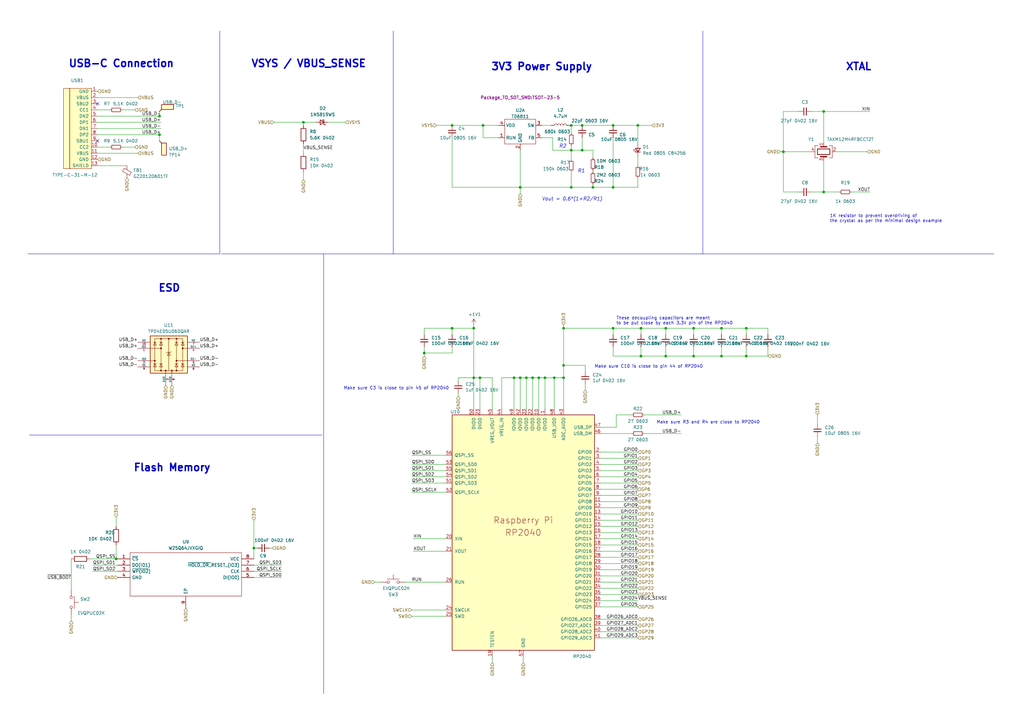
<source format=kicad_sch>
(kicad_sch (version 20230121) (generator eeschema)
  (paper "A3")
  (title_block (title "rp2040 base circuit") (date "2023-09-19") (rev "3"))
  (lib_symbols
    (symbol "Connector:TestPoint_Flag" (pin_numbers hide) (pin_names (offset 0.762) hide)
      (property "Reference" "TP" (at 3.429 1.778 0))
      (property "Value" "TestPoint_Flag" (at 3.302 4.191 0))
      (symbol "TestPoint_Flag_1_1"
        (pin passive line (at 0 0 90) (length 0) (name "1") (number "1"))
      )
    )
    (symbol "Device:C_Small" (pin_numbers hide) (pin_names (offset 0.254) hide)
      (property "Reference" "C" (at 0.254 1.778 0))
      (property "Value" "C_Small" (at 0.254 -2.032 0))
      (symbol "C_Small_1_1"
        (pin passive line (at 0 2.54 270) (length 2.032) (name "~") (number "1"))
        (pin passive line (at 0 -2.54 90) (length 2.032) (name "~") (number "2"))
      )
    )
    (symbol "Device:Crystal_GND24" (pin_names (offset 1.016) hide)
      (property "Reference" "Y" (at 3.175 5.08 0))
      (property "Value" "Crystal_GND24" (at 3.175 3.175 0))
      (symbol "Crystal_GND24_1_1"
        (pin passive line (at -3.81 0 0) (length 1.27) (name "1") (number "1"))
        (pin passive line (at 0 5.08 270) (length 1.27) (name "2") (number "2"))
        (pin passive line (at 3.81 0 180) (length 1.27) (name "3") (number "3"))
        (pin passive line (at 0 -5.08 90) (length 1.27) (name "4") (number "4"))
      )
    )
    (symbol "Device:D_Schottky_Small" (pin_numbers hide) (pin_names (offset 0.254) hide)
      (property "Reference" "D" (at -1.27 2.032 0))
      (property "Value" "D_Schottky_Small" (at -7.112 -2.032 0))
      (symbol "D_Schottky_Small_1_1"
        (pin passive line (at -2.54 0 0) (length 1.778) (name "K") (number "1"))
        (pin passive line (at 2.54 0 180) (length 1.778) (name "A") (number "2"))
      )
    )
    (symbol "Device:FerriteBead_Small" (pin_numbers hide) (pin_names (offset 0))
      (property "Reference" "FB" (at 1.905 1.27 0))
      (property "Value" "FerriteBead_Small" (at 1.905 -1.27 0))
      (symbol "FerriteBead_Small_1_1"
        (pin passive line (at 0 2.54 270) (length 1.27) (name "~") (number "1"))
        (pin passive line (at 0 -2.54 90) (length 1.27) (name "~") (number "2"))
      )
    )
    (symbol "Device:L" (pin_numbers hide) (pin_names (offset 1.016) hide)
      (property "Reference" "L" (at -1.27 0 90))
      (property "Value" "L" (at 1.905 0 90))
      (symbol "L_1_1"
        (pin passive line (at 0 3.81 270) (length 1.27) (name "1") (number "1"))
        (pin passive line (at 0 -3.81 90) (length 1.27) (name "2") (number "2"))
      )
    )
    (symbol "Device:LED_Small" (pin_numbers hide) (pin_names (offset 0.254) hide)
      (property "Reference" "D" (at -1.27 3.175 0))
      (property "Value" "LED_Small" (at -4.445 -2.54 0))
      (symbol "LED_Small_1_1"
        (pin passive line (at -2.54 0 0) (length 1.778) (name "K") (number "1"))
        (pin passive line (at 2.54 0 180) (length 1.778) (name "A") (number "2"))
      )
    )
    (symbol "Device:R" (pin_numbers hide) (pin_names (offset 0))
      (property "Reference" "R" (at 2.032 0 90))
      (property "Value" "R" (at 0 0 90))
      (symbol "R_1_1"
        (pin passive line (at 0 3.81 270) (length 1.27) (name "~") (number "1"))
        (pin passive line (at 0 -3.81 90) (length 1.27) (name "~") (number "2"))
      )
    )
    (symbol "Device:R_Small" (pin_numbers hide) (pin_names (offset 0.254) hide)
      (property "Reference" "R" (at 0.762 0.508 0))
      (property "Value" "R_Small" (at 0.762 -1.016 0))
      (symbol "R_Small_1_1"
        (pin passive line (at 0 2.54 270) (length 0.762) (name "~") (number "1"))
        (pin passive line (at 0 -2.54 90) (length 0.762) (name "~") (number "2"))
      )
    )
    (symbol "MCU_RaspberryPi_RP2040:RP2040" (pin_names (offset 1.016))
      (property "Reference" "U" (at -29.21 49.53 0))
      (property "Value" "RP2040" (at 24.13 -49.53 0))
      (symbol "RP2040_0_0"
        (text "Raspberry Pi" (at 0 5.08 0) (effects (font (size 2.54 2.54))))
        (text "RP2040" (at 0 0 0) (effects (font (size 2.54 2.54))))
      )
      (symbol "RP2040_1_1"
        (pin power_in line (at 8.89 50.8 270) (length 2.54) (name "IOVDD") (number "1"))
        (pin power_in line (at 6.35 50.8 270) (length 2.54) (name "IOVDD") (number "10"))
        (pin bidirectional line (at 31.75 12.7 180) (length 2.54) (name "GPIO8") (number "11"))
        (pin bidirectional line (at 31.75 10.16 180) (length 2.54) (name "GPIO9") (number "12"))
        (pin bidirectional line (at 31.75 7.62 180) (length 2.54) (name "GPIO10") (number "13"))
        (pin bidirectional line (at 31.75 5.08 180) (length 2.54) (name "GPIO11") (number "14"))
        (pin bidirectional line (at 31.75 2.54 180) (length 2.54) (name "GPIO12") (number "15"))
        (pin bidirectional line (at 31.75 0 180) (length 2.54) (name "GPIO13") (number "16"))
        (pin bidirectional line (at 31.75 -2.54 180) (length 2.54) (name "GPIO14") (number "17"))
        (pin bidirectional line (at 31.75 -5.08 180) (length 2.54) (name "GPIO15") (number "18"))
        (pin passive line (at -12.7 -50.8 90) (length 2.54) (name "TESTEN") (number "19"))
        (pin bidirectional line (at 31.75 33.02 180) (length 2.54) (name "GPIO0") (number "2"))
        (pin input line (at -31.75 -2.54 0) (length 2.54) (name "XIN") (number "20"))
        (pin passive line (at -31.75 -7.62 0) (length 2.54) (name "XOUT") (number "21"))
        (pin power_in line (at 3.81 50.8 270) (length 2.54) (name "IOVDD") (number "22"))
        (pin power_in line (at -17.78 50.8 270) (length 2.54) (name "DVDD") (number "23"))
        (pin output line (at -31.75 -31.75 0) (length 2.54) (name "SWCLK") (number "24"))
        (pin bidirectional line (at -31.75 -34.29 0) (length 2.54) (name "SWD") (number "25"))
        (pin input line (at -31.75 -20.32 0) (length 2.54) (name "RUN") (number "26"))
        (pin bidirectional line (at 31.75 -7.62 180) (length 2.54) (name "GPIO16") (number "27"))
        (pin bidirectional line (at 31.75 -10.16 180) (length 2.54) (name "GPIO17") (number "28"))
        (pin bidirectional line (at 31.75 -12.7 180) (length 2.54) (name "GPIO18") (number "29"))
        (pin bidirectional line (at 31.75 30.48 180) (length 2.54) (name "GPIO1") (number "3"))
        (pin bidirectional line (at 31.75 -15.24 180) (length 2.54) (name "GPIO19") (number "30"))
        (pin bidirectional line (at 31.75 -17.78 180) (length 2.54) (name "GPIO20") (number "31"))
        (pin bidirectional line (at 31.75 -20.32 180) (length 2.54) (name "GPIO21") (number "32"))
        (pin power_in line (at 1.27 50.8 270) (length 2.54) (name "IOVDD") (number "33"))
        (pin bidirectional line (at 31.75 -22.86 180) (length 2.54) (name "GPIO22") (number "34"))
        (pin bidirectional line (at 31.75 -25.4 180) (length 2.54) (name "GPIO23") (number "35"))
        (pin bidirectional line (at 31.75 -27.94 180) (length 2.54) (name "GPIO24") (number "36"))
        (pin bidirectional line (at 31.75 -30.48 180) (length 2.54) (name "GPIO25") (number "37"))
        (pin bidirectional line (at 31.75 -35.56 180) (length 2.54) (name "GPIO26_ADC0") (number "38"))
        (pin bidirectional line (at 31.75 -38.1 180) (length 2.54) (name "GPIO27_ADC1") (number "39"))
        (pin bidirectional line (at 31.75 27.94 180) (length 2.54) (name "GPIO2") (number "4"))
        (pin bidirectional line (at 31.75 -40.64 180) (length 2.54) (name "GPIO28_ADC2") (number "40"))
        (pin bidirectional line (at 31.75 -43.18 180) (length 2.54) (name "GPIO29_ADC3") (number "41"))
        (pin power_in line (at -1.27 50.8 270) (length 2.54) (name "IOVDD") (number "42"))
        (pin power_in line (at 16.51 50.8 270) (length 2.54) (name "ADC_AVDD") (number "43"))
        (pin power_in line (at -8.89 50.8 270) (length 2.54) (name "VREG_IN") (number "44"))
        (pin power_out line (at -12.7 50.8 270) (length 2.54) (name "VREG_VOUT") (number "45"))
        (pin bidirectional line (at 31.75 40.64 180) (length 2.54) (name "USB_DM") (number "46"))
        (pin bidirectional line (at 31.75 43.18 180) (length 2.54) (name "USB_DP") (number "47"))
        (pin power_in line (at 12.7 50.8 270) (length 2.54) (name "USB_VDD") (number "48"))
        (pin power_in line (at -3.81 50.8 270) (length 2.54) (name "IOVDD") (number "49"))
        (pin bidirectional line (at 31.75 25.4 180) (length 2.54) (name "GPIO3") (number "5"))
        (pin power_in line (at -20.32 50.8 270) (length 2.54) (name "DVDD") (number "50"))
        (pin bidirectional line (at -31.75 20.32 0) (length 2.54) (name "QSPI_SD3") (number "51"))
        (pin output line (at -31.75 16.51 0) (length 2.54) (name "QSPI_SCLK") (number "52"))
        (pin bidirectional line (at -31.75 27.94 0) (length 2.54) (name "QSPI_SD0") (number "53"))
        (pin bidirectional line (at -31.75 22.86 0) (length 2.54) (name "QSPI_SD2") (number "54"))
        (pin bidirectional line (at -31.75 25.4 0) (length 2.54) (name "QSPI_SD1") (number "55"))
        (pin bidirectional line (at -31.75 31.75 0) (length 2.54) (name "QSPI_SS") (number "56"))
        (pin power_in line (at 0 -50.8 90) (length 2.54) (name "GND") (number "57"))
        (pin bidirectional line (at 31.75 22.86 180) (length 2.54) (name "GPIO4") (number "6"))
        (pin bidirectional line (at 31.75 20.32 180) (length 2.54) (name "GPIO5") (number "7"))
        (pin bidirectional line (at 31.75 17.78 180) (length 2.54) (name "GPIO6") (number "8"))
        (pin bidirectional line (at 31.75 15.24 180) (length 2.54) (name "GPIO7") (number "9"))
      )
    )
    (symbol "Switch:SW_Push" (pin_numbers hide) (pin_names (offset 1.016) hide)
      (property "Reference" "SW" (at 1.27 2.54 0))
      (property "Value" "SW_Push" (at 0 -1.524 0))
      (symbol "SW_Push_0_1"
        (pin passive line (at -5.08 0 0) (length 2.54) (name "1") (number "1"))
        (pin passive line (at 5.08 0 180) (length 2.54) (name "2") (number "2"))
      )
    )
    (symbol "Type-C:HRO-TYPE-C-31-M-12" (pin_names (offset 1.016))
      (property "Reference" "USB" (at -5.08 16.51 0))
      (property "Value" "HRO-TYPE-C-31-M-12" (at -10.16 -1.27 90))
      (symbol "HRO-TYPE-C-31-M-12_1_1"
        (pin input line (at 2.54 13.97 180) (length 2.54) (name "GND") (number "1"))
        (pin input line (at 2.54 -8.89 180) (length 2.54) (name "CC2") (number "10"))
        (pin input line (at 2.54 -11.43 180) (length 2.54) (name "VBUS") (number "11"))
        (pin input line (at 2.54 -13.97 180) (length 2.54) (name "GND") (number "12"))
        (pin input line (at 2.54 -16.51 180) (length 2.54) (name "SHIELD") (number "13"))
        (pin input line (at 2.54 11.43 180) (length 2.54) (name "VBUS") (number "2"))
        (pin input line (at 2.54 8.89 180) (length 2.54) (name "SBU2") (number "3"))
        (pin input line (at 2.54 6.35 180) (length 2.54) (name "CC1") (number "4"))
        (pin input line (at 2.54 3.81 180) (length 2.54) (name "DN2") (number "5"))
        (pin input line (at 2.54 1.27 180) (length 2.54) (name "DP1") (number "6"))
        (pin input line (at 2.54 -1.27 180) (length 2.54) (name "DN1") (number "7"))
        (pin input line (at 2.54 -3.81 180) (length 2.54) (name "DP2") (number "8"))
        (pin input line (at 2.54 -6.35 180) (length 2.54) (name "SBU1") (number "9"))
      )
    )
    (symbol "Winbond Flash:W25Q64JVXGIQ" (pin_names (offset 0.762))
      (property "Reference" "IC" (at 52.07 7.62 0))
      (property "Value" "W25Q64JVXGIQ" (at 52.07 5.08 0))
      (symbol "W25Q64JVXGIQ_0_0"
        (pin passive line (at 0 0 0) (length 5.08) (name "~{CS}") (number "1"))
        (pin passive line (at 0 -2.54 0) (length 5.08) (name "DO(IO1)") (number "2"))
        (pin passive line (at 0 -5.08 0) (length 5.08) (name "~{WP(IO2})") (number "3"))
        (pin passive line (at 0 -7.62 0) (length 5.08) (name "GND") (number "4"))
        (pin passive line (at 55.88 -7.62 180) (length 5.08) (name "DI(IO0)") (number "5"))
        (pin passive line (at 55.88 -5.08 180) (length 5.08) (name "CLK") (number "6"))
        (pin passive line (at 55.88 -2.54 180) (length 5.08) (name "~{HOLD_OR_}RESET_(IO3)") (number "7"))
        (pin passive line (at 55.88 0 180) (length 5.08) (name "VCC") (number "8"))
        (pin passive line (at 27.94 -20.32 90) (length 5.08) (name "EP") (number "9"))
      )
    )
    (symbol "acheron_Symbols:TPD4E05U06DQAR" (pin_names (offset 0))
      (property "Reference" "U" (at 0 12.7 0))
      (property "Value" "TPD4E05U06DQAR" (at 0 10.16 0))
      (symbol "TPD4E05U06DQAR_1_1"
        (pin bidirectional line (at -12.7 2.54 0) (length 5.08) (name "IO1") (number "1"))
        (pin bidirectional line (at -12.7 5.08 0) (length 5.08) (name "NC") (number "10"))
        (pin bidirectional line (at -12.7 -2.54 0) (length 5.08) (name "IO2") (number "2"))
        (pin power_in line (at -1.27 -12.7 90) (length 5.08) (name "GND") (number "3"))
        (pin bidirectional line (at 12.7 2.54 180) (length 5.08) (name "D2+") (number "4"))
        (pin bidirectional line (at 12.7 -2.54 180) (length 5.08) (name "D2-") (number "5"))
        (pin bidirectional line (at 12.7 -5.08 180) (length 5.08) (name "NC") (number "6"))
        (pin bidirectional line (at 12.7 5.08 180) (length 5.08) (name "NC") (number "7"))
        (pin power_in line (at 1.27 -12.7 90) (length 5.08) (name "GND") (number "8"))
        (pin bidirectional line (at -12.7 -5.08 0) (length 5.08) (name "NC") (number "9"))
      )
    )
    (symbol "poly_kb:TD6811"
      (property "Reference" "U" (at 0 8.89 0))
      (property "Value" "TD6811" (at 0 6.35 0))
      (symbol "TD6811_1_1"
        (pin input line (at -8.89 -2.54 0) (length 2.54) (name "RUN") (number "1"))
        (pin input line (at 0 -7.62 90) (length 2.54) (name "GND") (number "2"))
        (pin output line (at 8.89 2.54 180) (length 2.54) (name "SW") (number "3"))
        (pin input line (at -8.89 2.54 0) (length 2.54) (name "VDD") (number "4"))
        (pin input line (at 8.89 -2.54 180) (length 2.54) (name "FB") (number "5"))
      )
      (symbol "TD6811_2_1"
        (pin input line (at -8.89 -2.54 0) (length 2.54) (name "RUN") (number "1-UB"))
        (pin input line (at 0 -3.81 270) (length 2.54) (name "GND") (number "2-UB"))
        (pin output line (at 8.89 2.54 180) (length 2.54) (name "SW") (number "3-UB"))
        (pin input line (at -8.89 2.54 0) (length 2.54) (name "VDD") (number "4-UB"))
        (pin input line (at 8.89 -2.54 180) (length 2.54) (name "FB") (number "FB-UB"))
      )
      (symbol "TD6811_3_1"
        (pin input line (at -8.89 -2.54 0) (length 2.54) (name "RUN") (number "1-UC"))
        (pin input line (at 0 -3.81 270) (length 2.54) (name "GND") (number "2-UC"))
        (pin output line (at 8.89 2.54 180) (length 2.54) (name "SW") (number "3-UC"))
        (pin input line (at -8.89 2.54 0) (length 2.54) (name "VDD") (number "4-UC"))
        (pin input line (at 8.89 -2.54 180) (length 2.54) (name "FB") (number "FB-UC"))
      )
      (symbol "TD6811_4_1"
        (pin input line (at -8.89 -2.54 0) (length 2.54) (name "RUN") (number "1-UD"))
        (pin input line (at 0 -3.81 270) (length 2.54) (name "GND") (number "2-UD"))
        (pin output line (at 8.89 2.54 180) (length 2.54) (name "SW") (number "3-UD"))
        (pin input line (at -8.89 2.54 0) (length 2.54) (name "VDD") (number "4-UD"))
        (pin input line (at 8.89 -2.54 180) (length 2.54) (name "FB") (number "FB-UD"))
      )
      (symbol "TD6811_5_1"
        (pin input line (at -8.89 -2.54 0) (length 2.54) (name "RUN") (number "1-UE"))
        (pin input line (at 0 -3.81 270) (length 2.54) (name "GND") (number "2-UE"))
        (pin output line (at 8.89 2.54 180) (length 2.54) (name "SW") (number "3-UE"))
        (pin input line (at -8.89 2.54 0) (length 2.54) (name "VDD") (number "4-UE"))
        (pin input line (at 8.89 -2.54 180) (length 2.54) (name "FB") (number "FB-UE"))
      )
    )
    (symbol "power:+1V1" (power) (pin_names (offset 0))
      (property "Value" "+1V1" (at 0 3.556 0))
      (symbol "+1V1_1_1"
        (pin power_in line (at 0 0 90) (length 0) hide (name "+1V1") (number "1"))
      )
    )
  )
  (junction (at 337.82 78.74))
  (junction (at 227.33 154.94))
  (junction (at 295.91 134.62))
  (junction (at 185.42 51.435))
  (junction (at 220.98 154.94))
  (junction (at 65.405 47.625))
  (junction (at 251.46 134.62))
  (junction (at 243.205 76.835))
  (junction (at 47.625 229.235))
  (junction (at 218.44 154.94))
  (junction (at 337.82 45.72))
  (junction (at 231.14 134.62))
  (junction (at 173.99 144.78))
  (junction (at 194.31 154.94))
  (junction (at 238.76 61.595))
  (junction (at 213.36 154.94))
  (junction (at 213.36 76.835))
  (junction (at 261.62 51.435))
  (junction (at 284.48 134.62))
  (junction (at 194.31 134.62))
  (junction (at 196.85 154.94))
  (junction (at 262.89 134.62))
  (junction (at 185.42 134.62))
  (junction (at 273.05 146.05))
  (junction (at 306.07 134.62))
  (junction (at 210.82 154.94))
  (junction (at 306.07 146.05))
  (junction (at 234.315 61.595))
  (junction (at 65.405 55.245))
  (junction (at 238.76 51.435))
  (junction (at 124.46 50.165))
  (junction (at 215.9 154.94))
  (junction (at 284.48 146.05))
  (junction (at 198.12 51.435))
  (junction (at 321.31 62.23))
  (junction (at 231.14 154.94))
  (junction (at 234.315 51.435))
  (junction (at 251.46 76.835))
  (junction (at 104.14 224.79))
  (junction (at 295.91 146.05))
  (junction (at 262.89 146.05))
  (junction (at 231.14 149.86))
  (junction (at 234.315 76.835))
  (junction (at 251.46 51.435))
  (junction (at 223.52 154.94))
  (junction (at 273.05 134.62))
  (no_connect (at 40.005 57.785))
  (no_connect (at 40.005 42.545))
  (wire (pts (xy 218.44 167.64) (xy 218.44 154.94)))
  (wire (pts (xy 273.05 134.62) (xy 273.05 137.16)))
  (wire (pts (xy 251.46 134.62) (xy 262.89 134.62)))
  (polyline (pts (xy 287.02 104.14) (xy 407.67 104.14)))
  (wire (pts (xy 332.74 78.74) (xy 337.82 78.74)))
  (polyline (pts (xy 90.805 104.14) (xy 161.29 104.14)))
  (wire (pts (xy 185.42 51.435) (xy 198.12 51.435)))
  (wire (pts (xy 252.73 170.18) (xy 252.73 175.26)))
  (wire (pts (xy 246.38 236.22) (xy 261.62 236.22)))
  (wire (pts (xy 314.96 142.24) (xy 314.96 146.05)))
  (wire (pts (xy 335.28 170.18) (xy 335.28 173.99)))
  (polyline (pts (xy 11.43 104.14) (xy 90.17 104.14)))
  (wire (pts (xy 262.89 134.62) (xy 262.89 137.16)))
  (wire (pts (xy 251.46 142.24) (xy 251.46 146.05)))
  (wire (pts (xy 179.07 51.435) (xy 185.42 51.435)))
  (wire (pts (xy 246.38 193.04) (xy 261.62 193.04)))
  (wire (pts (xy 246.38 198.12) (xy 261.62 198.12)))
  (wire (pts (xy 124.46 50.165) (xy 129.54 50.165)))
  (wire (pts (xy 246.38 187.96) (xy 261.62 187.96)))
  (wire (pts (xy 251.46 51.435) (xy 261.62 51.435)))
  (wire (pts (xy 40.005 40.005) (xy 56.515 40.005)))
  (wire (pts (xy 306.07 134.62) (xy 306.07 137.16)))
  (wire (pts (xy 246.38 248.92) (xy 261.62 248.92)))
  (wire (pts (xy 246.38 256.54) (xy 261.62 256.54)))
  (wire (pts (xy 246.38 261.62) (xy 261.62 261.62)))
  (wire (pts (xy 264.16 177.8) (xy 279.4 177.8)))
  (wire (pts (xy 233.68 51.435) (xy 234.315 51.435)))
  (wire (pts (xy 194.31 154.94) (xy 187.96 154.94)))
  (wire (pts (xy 65.405 55.245) (xy 66.04 55.245)))
  (wire (pts (xy 344.17 78.74) (xy 337.82 78.74)))
  (polyline (pts (xy 12.065 178.435) (xy 132.08 178.435)))
  (wire (pts (xy 134.62 50.165) (xy 141.605 50.165)))
  (wire (pts (xy 173.99 144.78) (xy 185.42 144.78)))
  (wire (pts (xy 261.62 64.135) (xy 261.62 67.945)))
  (wire (pts (xy 243.205 61.595) (xy 238.76 61.595)))
  (wire (pts (xy 169.545 226.06) (xy 182.88 226.06)))
  (wire (pts (xy 337.82 45.72) (xy 356.87 45.72)))
  (polyline (pts (xy 132.715 104.14) (xy 132.715 284.48)))
  (wire (pts (xy 234.315 51.435) (xy 234.315 54.61)))
  (wire (pts (xy 194.31 134.62) (xy 194.31 154.94)))
  (wire (pts (xy 182.88 252.73) (xy 168.91 252.73)))
  (wire (pts (xy 168.91 193.04) (xy 182.88 193.04)))
  (wire (pts (xy 321.31 78.74) (xy 327.66 78.74)))
  (wire (pts (xy 243.205 64.77) (xy 243.205 61.595)))
  (wire (pts (xy 306.07 142.24) (xy 306.07 146.05)))
  (wire (pts (xy 210.82 167.64) (xy 210.82 154.94)))
  (wire (pts (xy 246.38 210.82) (xy 261.62 210.82)))
  (wire (pts (xy 173.99 134.62) (xy 185.42 134.62)))
  (wire (pts (xy 213.36 76.835) (xy 213.36 79.375)))
  (wire (pts (xy 187.96 154.94) (xy 187.96 156.21)))
  (wire (pts (xy 342.9 62.23) (xy 355.6 62.23)))
  (wire (pts (xy 182.88 201.93) (xy 168.91 201.93)))
  (wire (pts (xy 306.07 146.05) (xy 314.96 146.05)))
  (wire (pts (xy 201.93 154.94) (xy 196.85 154.94)))
  (wire (pts (xy 321.31 45.72) (xy 327.66 45.72)))
  (wire (pts (xy 168.91 195.58) (xy 182.88 195.58)))
  (wire (pts (xy 234.315 61.595) (xy 234.315 65.405)))
  (wire (pts (xy 65.405 55.245) (xy 65.405 57.785)))
  (wire (pts (xy 194.31 154.94) (xy 194.31 167.64)))
  (wire (pts (xy 205.74 154.94) (xy 210.82 154.94)))
  (wire (pts (xy 240.03 149.86) (xy 240.03 152.4)))
  (wire (pts (xy 243.205 69.85) (xy 243.205 70.485)))
  (wire (pts (xy 173.99 142.24) (xy 173.99 144.78)))
  (wire (pts (xy 262.89 146.05) (xy 273.05 146.05)))
  (wire (pts (xy 231.14 134.62) (xy 251.46 134.62)))
  (wire (pts (xy 273.05 142.24) (xy 273.05 146.05)))
  (wire (pts (xy 246.38 254) (xy 261.62 254)))
  (wire (pts (xy 104.14 234.315) (xy 115.57 234.315)))
  (wire (pts (xy 201.93 269.24) (xy 201.93 271.78)))
  (wire (pts (xy 240.03 157.48) (xy 240.03 160.02)))
  (wire (pts (xy 261.62 51.435) (xy 267.335 51.435)))
  (wire (pts (xy 238.76 51.435) (xy 251.46 51.435)))
  (wire (pts (xy 196.85 154.94) (xy 194.31 154.94)))
  (wire (pts (xy 104.14 213.36) (xy 104.14 224.79)))
  (wire (pts (xy 246.38 195.58) (xy 261.62 195.58)))
  (wire (pts (xy 314.96 134.62) (xy 314.96 137.16)))
  (wire (pts (xy 40.005 55.245) (xy 65.405 55.245)))
  (wire (pts (xy 246.38 243.84) (xy 261.62 243.84)))
  (wire (pts (xy 198.12 51.435) (xy 198.12 56.515)))
  (wire (pts (xy 185.42 134.62) (xy 194.31 134.62)))
  (wire (pts (xy 246.38 213.36) (xy 261.62 213.36)))
  (wire (pts (xy 223.52 154.94) (xy 223.52 167.64)))
  (wire (pts (xy 48.26 234.315) (xy 38.1 234.315)))
  (wire (pts (xy 321.31 62.23) (xy 332.74 62.23)))
  (wire (pts (xy 213.36 61.595) (xy 213.36 76.835)))
  (wire (pts (xy 214.63 269.24) (xy 214.63 271.78)))
  (wire (pts (xy 251.46 76.835) (xy 261.62 76.835)))
  (wire (pts (xy 215.9 167.64) (xy 215.9 154.94)))
  (wire (pts (xy 246.38 185.42) (xy 261.62 185.42)))
  (wire (pts (xy 238.76 56.515) (xy 238.76 61.595)))
  (wire (pts (xy 251.46 134.62) (xy 251.46 137.16)))
  (wire (pts (xy 335.28 179.07) (xy 335.28 181.61)))
  (wire (pts (xy 110.49 224.79) (xy 111.76 224.79)))
  (wire (pts (xy 65.405 47.625) (xy 66.04 47.625)))
  (wire (pts (xy 251.46 56.515) (xy 251.46 76.835)))
  (wire (pts (xy 246.38 228.6) (xy 261.62 228.6)))
  (wire (pts (xy 213.36 154.94) (xy 215.9 154.94)))
  (wire (pts (xy 50.165 60.325) (xy 55.245 60.325)))
  (wire (pts (xy 252.73 170.18) (xy 259.08 170.18)))
  (wire (pts (xy 246.38 226.06) (xy 261.62 226.06)))
  (wire (pts (xy 234.315 51.435) (xy 238.76 51.435)))
  (wire (pts (xy 198.12 56.515) (xy 204.47 56.515)))
  (wire (pts (xy 47.625 223.52) (xy 47.625 229.235)))
  (wire (pts (xy 306.07 134.62) (xy 314.96 134.62)))
  (wire (pts (xy 104.14 224.79) (xy 105.41 224.79)))
  (wire (pts (xy 246.38 177.8) (xy 259.08 177.8)))
  (wire (pts (xy 40.005 47.625) (xy 65.405 47.625)))
  (wire (pts (xy 246.38 218.44) (xy 261.62 218.44)))
  (wire (pts (xy 246.38 190.5) (xy 261.62 190.5)))
  (wire (pts (xy 273.05 134.62) (xy 284.48 134.62)))
  (wire (pts (xy 65.405 45.72) (xy 65.405 47.625)))
  (wire (pts (xy 223.52 154.94) (xy 227.33 154.94)))
  (wire (pts (xy 222.25 56.515) (xy 226.695 56.515)))
  (wire (pts (xy 168.91 198.12) (xy 182.88 198.12)))
  (wire (pts (xy 246.38 231.14) (xy 261.62 231.14)))
  (wire (pts (xy 182.88 250.19) (xy 168.91 250.19)))
  (wire (pts (xy 261.62 76.835) (xy 261.62 73.025)))
  (wire (pts (xy 234.315 61.595) (xy 238.76 61.595)))
  (wire (pts (xy 243.205 76.835) (xy 251.46 76.835)))
  (polyline (pts (xy 288.29 12.7) (xy 288.29 104.14)))
  (wire (pts (xy 210.82 154.94) (xy 213.36 154.94)))
  (wire (pts (xy 227.33 154.94) (xy 231.14 154.94)))
  (wire (pts (xy 284.48 142.24) (xy 284.48 146.05)))
  (wire (pts (xy 40.005 60.325) (xy 45.085 60.325)))
  (wire (pts (xy 29.21 229.235) (xy 29.21 241.935)))
  (wire (pts (xy 295.91 134.62) (xy 306.07 134.62)))
  (wire (pts (xy 246.38 200.66) (xy 261.62 200.66)))
  (wire (pts (xy 187.96 161.29) (xy 187.96 162.56)))
  (wire (pts (xy 231.14 133.35) (xy 231.14 134.62)))
  (wire (pts (xy 246.38 238.76) (xy 261.62 238.76)))
  (wire (pts (xy 337.82 66.04) (xy 337.82 78.74)))
  (wire (pts (xy 264.16 170.18) (xy 279.4 170.18)))
  (wire (pts (xy 246.38 246.38) (xy 261.62 246.38)))
  (wire (pts (xy 306.07 146.05) (xy 295.91 146.05)))
  (wire (pts (xy 56.515 62.865) (xy 40.005 62.865)))
  (wire (pts (xy 218.44 154.94) (xy 220.98 154.94)))
  (wire (pts (xy 222.25 51.435) (xy 226.06 51.435)))
  (wire (pts (xy 262.89 142.24) (xy 262.89 146.05)))
  (wire (pts (xy 215.9 154.94) (xy 218.44 154.94)))
  (wire (pts (xy 231.14 149.86) (xy 240.03 149.86)))
  (wire (pts (xy 168.91 190.5) (xy 182.88 190.5)))
  (wire (pts (xy 205.74 167.64) (xy 205.74 154.94)))
  (wire (pts (xy 40.005 45.085) (xy 45.085 45.085)))
  (wire (pts (xy 201.93 167.64) (xy 201.93 154.94)))
  (wire (pts (xy 156.21 238.76) (xy 153.67 238.76)))
  (wire (pts (xy 124.46 50.165) (xy 124.46 51.435)))
  (wire (pts (xy 185.42 76.835) (xy 213.36 76.835)))
  (wire (pts (xy 226.695 61.595) (xy 234.315 61.595)))
  (wire (pts (xy 182.88 186.69) (xy 168.91 186.69)))
  (wire (pts (xy 166.37 238.76) (xy 182.88 238.76)))
  (wire (pts (xy 185.42 56.515) (xy 185.42 76.835)))
  (wire (pts (xy 29.21 252.095) (xy 29.21 254.635)))
  (wire (pts (xy 246.38 241.3) (xy 261.62 241.3)))
  (polyline (pts (xy 161.29 104.14) (xy 287.02 104.14)))
  (wire (pts (xy 36.83 229.235) (xy 47.625 229.235)))
  (wire (pts (xy 246.38 259.08) (xy 261.62 259.08)))
  (wire (pts (xy 295.91 142.24) (xy 295.91 146.05)))
  (wire (pts (xy 47.625 229.235) (xy 48.26 229.235)))
  (wire (pts (xy 320.04 62.23) (xy 321.31 62.23)))
  (wire (pts (xy 349.25 78.74) (xy 356.87 78.74)))
  (wire (pts (xy 246.38 223.52) (xy 261.62 223.52)))
  (wire (pts (xy 112.395 50.165) (xy 124.46 50.165)))
  (wire (pts (xy 104.14 236.855) (xy 115.57 236.855)))
  (wire (pts (xy 231.14 154.94) (xy 231.14 167.64)))
  (wire (pts (xy 231.14 149.86) (xy 231.14 154.94)))
  (wire (pts (xy 40.005 50.165) (xy 66.04 50.165)))
  (wire (pts (xy 261.62 51.435) (xy 261.62 59.055)))
  (wire (pts (xy 227.33 167.64) (xy 227.33 154.94)))
  (wire (pts (xy 246.38 203.2) (xy 261.62 203.2)))
  (wire (pts (xy 246.38 233.68) (xy 261.62 233.68)))
  (wire (pts (xy 50.165 45.085) (xy 55.245 45.085)))
  (wire (pts (xy 246.38 220.98) (xy 261.62 220.98)))
  (wire (pts (xy 194.31 133.35) (xy 194.31 134.62)))
  (wire (pts (xy 262.89 134.62) (xy 273.05 134.62)))
  (wire (pts (xy 104.14 231.775) (xy 115.57 231.775)))
  (wire (pts (xy 337.82 45.72) (xy 337.82 58.42)))
  (wire (pts (xy 104.14 224.79) (xy 104.14 229.235)))
  (wire (pts (xy 246.38 208.28) (xy 261.62 208.28)))
  (wire (pts (xy 284.48 134.62) (xy 284.48 137.16)))
  (wire (pts (xy 332.74 45.72) (xy 337.82 45.72)))
  (polyline (pts (xy 161.29 12.7) (xy 161.29 104.14)))
  (wire (pts (xy 234.315 59.69) (xy 234.315 61.595)))
  (wire (pts (xy 169.545 220.98) (xy 182.88 220.98)))
  (wire (pts (xy 295.91 146.05) (xy 284.48 146.05)))
  (wire (pts (xy 321.31 45.72) (xy 321.31 62.23)))
  (wire (pts (xy 234.315 76.835) (xy 243.205 76.835)))
  (wire (pts (xy 185.42 134.62) (xy 185.42 137.16)))
  (wire (pts (xy 246.38 205.74) (xy 261.62 205.74)))
  (wire (pts (xy 284.48 134.62) (xy 295.91 134.62)))
  (wire (pts (xy 226.695 56.515) (xy 226.695 61.595)))
  (wire (pts (xy 284.48 146.05) (xy 273.05 146.05)))
  (wire (pts (xy 185.42 142.24) (xy 185.42 144.78)))
  (wire (pts (xy 173.99 134.62) (xy 173.99 137.16)))
  (wire (pts (xy 124.46 70.485) (xy 124.46 73.66)))
  (wire (pts (xy 220.98 167.64) (xy 220.98 154.94)))
  (wire (pts (xy 173.99 144.78) (xy 173.99 146.05)))
  (wire (pts (xy 295.91 134.62) (xy 295.91 137.16)))
  (wire (pts (xy 38.1 231.775) (xy 48.26 231.775)))
  (wire (pts (xy 234.315 70.485) (xy 234.315 76.835)))
  (wire (pts (xy 220.98 154.94) (xy 223.52 154.94)))
  (wire (pts (xy 321.31 62.23) (xy 321.31 78.74)))
  (wire (pts (xy 251.46 146.05) (xy 262.89 146.05)))
  (wire (pts (xy 246.38 215.9) (xy 261.62 215.9)))
  (wire (pts (xy 198.12 51.435) (xy 204.47 51.435)))
  (wire (pts (xy 246.38 175.26) (xy 252.73 175.26)))
  (wire (pts (xy 231.14 134.62) (xy 231.14 149.86)))
  (wire (pts (xy 213.36 167.64) (xy 213.36 154.94)))
  (wire (pts (xy 213.36 76.835) (xy 234.315 76.835)))
  (wire (pts (xy 243.205 75.565) (xy 243.205 76.835)))
  (wire (pts (xy 40.005 52.705) (xy 66.04 52.705)))
  (polyline (pts (xy 90.17 12.7) (xy 90.17 104.14)))
  (wire (pts (xy 40.005 67.945) (xy 52.07 67.945)))
  (wire (pts (xy 196.85 167.64) (xy 196.85 154.94)))
  (wire (pts (xy 47.625 212.09) (xy 47.625 215.9)))
  (wire (pts (xy 124.46 59.055) (xy 124.46 62.865)))
  (text "VSYS / VBUS_SENSE" (at 102.87 27.94 0) (effects (font (size 3 3) (thickness 0.6) bold) (justify left bottom)))
  (text "Make sure R3 and R4 are close to RP2040" (at 269.24 173.99 0) (effects (font (size 1.27 1.27)) (justify left bottom)))
  (text "These decoupling capacitors are meant\nto be put close by each 3.3V pin of the RP2040" (at 252.73 133.35 0) (effects (font (size 1.27 1.27)) (justify left bottom)))
  (text "3V3 Power Supply" (at 201.295 29.21 0) (effects (font (size 3 3) (thickness 0.6) bold) (justify left bottom)))
  (text "ESD" (at 64.77 120.015 0) (effects (font (size 3 3) (thickness 0.6) bold) (justify left bottom)))
  (text "1K resistor to prevent overdriving of \nthe crystal as per the minimal design example" (at 340.36 91.44 0) (effects (font (size 1.27 1.27)) (justify left bottom)))
  (text "Flash Memory" (at 54.61 193.675 0) (effects (font (size 3 3) (thickness 0.6) bold) (justify left bottom)))
  (text "XTAL" (at 346.71 29.21 0) (effects (font (size 3 3) (thickness 0.6) bold) (justify left bottom)))
  (text "Make sure C10 is close to pin 44 of RP2040" (at 243.84 151.13 0) (effects (font (size 1.27 1.27)) (justify left bottom)))
  (text "Make sure C3 is close to pin 45 of RP2040" (at 184.15 160.02 0) (effects (font (size 1.27 1.27)) (justify right bottom)))
  (text "R2" (at 229.235 60.96 0) (effects (font (size 1.5 1.5) italic) (justify left bottom)))
  (text "Vout = 0.6*(1+R2/R1)" (at 222.25 82.55 0) (effects (font (size 1.4 1.4) italic) (justify left bottom)))
  (text "USB-C Connection" (at 27.94 27.94 0) (effects (font (size 3 3) (thickness 0.6) bold) (justify left bottom)))
  (text "R1" (at 236.855 71.12 0) (effects (font (size 1.5 1.5) italic) (justify left bottom)))
  (label "GPIO19" (at 261.62 233.68 180))
  (label "USB_D+" (at 56.515 142.875 180))
  (label "XIN" (at 356.87 45.72 180))
  (label "GPIO22" (at 261.62 241.3 180))
  (label "USB_D+" (at 56.515 140.335 180))
  (label "QSPI_SD1" (at 168.91 193.04 0))
  (label "GPIO2" (at 261.62 190.5 180))
  (label "USB_D+" (at 66.04 50.165 180))
  (label "GPIO4" (at 261.62 195.58 180))
  (label "~{USB_BOOT}" (at 29.21 237.871 180))
  (label "GPIO15" (at 261.62 223.52 180))
  (label "QSPI_SCLK" (at 115.57 234.315 180))
  (label "GPIO25" (at 261.62 248.92 180))
  (label "QSPI_SS" (at 168.91 186.69 0))
  (label "GPIO17" (at 261.62 228.6 180))
  (label "GPIO11" (at 261.62 213.36 180))
  (label "GPIO9" (at 261.62 208.28 180))
  (label "USB_D-" (at 66.04 52.705 180))
  (label "QSPI_SD3" (at 115.57 231.775 180))
  (label "GPIO20" (at 261.62 236.22 180))
  (label "QSPI_SD3" (at 168.91 198.12 0))
  (label "USB_D-" (at 279.4 177.8 180))
  (label "USB_D+" (at 66.04 55.245 180))
  (label "GPIO24" (at 261.62 246.38 180))
  (label "USB_D-" (at 66.04 47.625 180))
  (label "GPIO21" (at 261.62 238.76 180))
  (label "GPIO23" (at 261.62 243.84 180))
  (label "GPIO14" (at 261.62 220.98 180))
  (label "USB_D-" (at 81.915 150.495 0))
  (label "XIN" (at 169.545 220.98 0))
  (label "GPIO8" (at 261.62 205.74 180))
  (label "GPIO12" (at 261.62 215.9 180))
  (label "XOUT" (at 356.87 78.74 180))
  (label "QSPI_SS" (at 39.37 229.235 0))
  (label "GPIO26_ADC0" (at 261.62 254 180))
  (label "GPIO7" (at 261.62 203.2 180))
  (label "USB_D-" (at 81.915 147.955 0))
  (label "VBUS_SENSE" (at 261.62 246.38 0))
  (label "USB_D+" (at 81.915 142.875 0))
  (label "QSPI_SD2" (at 38.1 234.315 0))
  (label "USB_D+" (at 81.915 140.335 0))
  (label "GPIO16" (at 261.62 226.06 180))
  (label "RUN" (at 168.91 238.76 0))
  (label "GPIO29_ADC3" (at 261.62 261.62 180))
  (label "QSPI_SCLK" (at 168.91 201.93 0))
  (label "USB_D-" (at 56.515 150.495 180))
  (label "GPIO3" (at 261.62 193.04 180))
  (label "QSPI_SD2" (at 168.91 195.58 0))
  (label "USB_D-" (at 56.515 147.955 180))
  (label "GPIO6" (at 261.62 200.66 180))
  (label "GPIO27_ADC1" (at 261.62 256.54 180))
  (label "QSPI_SD0" (at 115.57 236.855 180))
  (label "QSPI_SD0" (at 168.91 190.5 0))
  (label "USB_D+" (at 279.4 170.18 180))
  (label "GPIO10" (at 261.62 210.82 180))
  (label "QSPI_SD1" (at 38.1 231.775 0))
  (label "GPIO0" (at 261.62 185.42 180))
  (label "XOUT" (at 169.545 226.06 0))
  (label "GPIO5" (at 261.62 198.12 180))
  (label "VBUS_SENSE" (at 124.46 61.595 0))
  (label "GPIO28_ADC2" (at 261.62 259.08 180))
  (label "GPIO13" (at 261.62 218.44 180))
  (label "GPIO1" (at 261.62 187.96 180))
  (label "GPIO18" (at 261.62 231.14 180))
  (hierarchical_label "GND" (shape input) (at 201.93 271.78 270))
  (hierarchical_label "GP11" (shape input) (at 261.62 213.36 0))
  (hierarchical_label "GP13" (shape input) (at 261.62 218.44 0))
  (hierarchical_label "GND" (shape input) (at 320.04 62.23 180))
  (hierarchical_label "GP16" (shape input) (at 261.62 226.06 0))
  (hierarchical_label "GND" (shape input) (at 213.36 79.375 270))
  (hierarchical_label "GND" (shape input) (at 67.945 158.115 270))
  (hierarchical_label "VBUS" (shape input) (at 56.515 40.005 0))
  (hierarchical_label "VBUS" (shape input) (at 112.395 50.165 180))
  (hierarchical_label "VBUS" (shape input) (at 56.515 62.865 0))
  (hierarchical_label "GP10" (shape input) (at 261.62 210.82 0))
  (hierarchical_label "GND" (shape input) (at 55.245 60.325 0))
  (hierarchical_label "GP3" (shape input) (at 261.62 193.04 0))
  (hierarchical_label "GND" (shape input) (at 76.2 249.555 270))
  (hierarchical_label "3V3" (shape input) (at 104.14 213.36 90))
  (hierarchical_label "GP27" (shape input) (at 261.62 256.54 0))
  (hierarchical_label "GP22" (shape input) (at 261.62 241.3 0))
  (hierarchical_label "GP15" (shape input) (at 261.62 223.52 0))
  (hierarchical_label "GND" (shape input) (at 40.005 65.405 0))
  (hierarchical_label "GP6" (shape input) (at 261.4107 200.66 0))
  (hierarchical_label "GP14" (shape input) (at 261.62 220.98 0))
  (hierarchical_label "3V3" (shape input) (at 231.14 133.35 90))
  (hierarchical_label "GND" (shape input) (at 29.21 254.635 270))
  (hierarchical_label "GP25" (shape input) (at 261.62 248.92 0))
  (hierarchical_label "GP12" (shape input) (at 261.62 215.9 0))
  (hierarchical_label "3V3" (shape input) (at 335.28 170.18 90))
  (hierarchical_label "GND" (shape input) (at 214.63 271.78 270))
  (hierarchical_label "GND" (shape input) (at 111.76 224.79 0))
  (hierarchical_label "GP2" (shape input) (at 261.62 190.5 0))
  (hierarchical_label "GND" (shape input) (at 314.96 146.05 0))
  (hierarchical_label "SWD" (shape input) (at 168.91 252.73 180))
  (hierarchical_label "GP5" (shape input) (at 261.62 198.12 0))
  (hierarchical_label "GP9" (shape input) (at 261.62 208.28 0))
  (hierarchical_label "GND" (shape input) (at 187.96 162.56 270))
  (hierarchical_label "GND" (shape input) (at 355.6 62.23 0))
  (hierarchical_label "GP28" (shape input) (at 261.62 259.08 0))
  (hierarchical_label "GND" (shape input) (at 70.485 158.115 270))
  (hierarchical_label "GP26" (shape input) (at 261.62 254 0))
  (hierarchical_label "GND" (shape input) (at 240.03 160.02 270))
  (hierarchical_label "GP23" (shape input) (at 261.62 243.84 0))
  (hierarchical_label "VSYS" (shape input) (at 141.605 50.165 0))
  (hierarchical_label "GP18" (shape input) (at 261.62 231.14 0))
  (hierarchical_label "GP4" (shape input) (at 261.62 195.58 0))
  (hierarchical_label "GP19" (shape input) (at 261.62 233.68 0))
  (hierarchical_label "GP29" (shape input) (at 261.62 261.62 0))
  (hierarchical_label "GP21" (shape input) (at 261.62 238.76 0))
  (hierarchical_label "GP1" (shape input) (at 261.62 187.96 0))
  (hierarchical_label "GND" (shape input) (at 173.99 146.05 270))
  (hierarchical_label "GND" (shape input) (at 153.67 238.76 180))
  (hierarchical_label "GP0" (shape input) (at 261.62 185.42 0))
  (hierarchical_label "GP8" (shape input) (at 261.62 205.74 0))
  (hierarchical_label "GND" (shape input) (at 124.46 73.66 270))
  (hierarchical_label "3V3" (shape input) (at 47.625 212.09 90))
  (hierarchical_label "GND" (shape input) (at 48.26 236.855 180))
  (hierarchical_label "SWCLK" (shape input) (at 168.91 250.19 180))
  (hierarchical_label "GP17" (shape input) (at 261.62 228.6 0))
  (hierarchical_label "GND" (shape input) (at 335.28 181.61 270))
  (hierarchical_label "GP20" (shape input) (at 261.62 236.22 0))
  (hierarchical_label "GP7" (shape input) (at 261.62 203.2 0))
  (hierarchical_label "GND" (shape input) (at 55.245 45.085 0))
  (hierarchical_label "3V3" (shape input) (at 267.335 51.435 0))
  (hierarchical_label "GND" (shape input) (at 52.07 73.025 270))
  (hierarchical_label "GND" (shape input) (at 40.005 37.465 0))
  (hierarchical_label "VSYS" (shape input) (at 179.07 51.435 180))
  (symbol (lib_id "Device:C_Small") (at 107.95 224.79 90) (unit 1)
    (property "Reference" "C9" (at 109.22 227.965 90) (effects (justify left)))
    (property "Value" "100nF 0402 16V" (at 120.65 221.615 90) (effects (justify left)))
    (property "Footprint" "Capacitor_SMD:C_0402_1005Metric" (effects hide))
    (property "MPN" "C1525" (effects hide))
    (property "JLC" "C1525" (effects hide))
    (property "LCSC" "C1525" (effects hide))
  )
  (symbol (lib_id "Device:R_Small") (at 261.62 70.485 180) (unit 1)
    (property "Reference" "R16" (at 264.16 69.215 0))
    (property "Value" "1k 0603" (at 266.7 71.755 0))
    (property "Footprint" "Resistor_SMD:R_0603_1608Metric" (effects hide))
    (property "MPN" "C21190" (effects hide))
    (property "JLC" "C21190" (effects hide))
    (property "LCSC" "C21190" (effects hide))
  )
  (symbol (lib_id "Device:C_Small") (at 251.46 53.975 0) (unit 1)
    (property "Reference" "C6" (at 254 55.245 0) (effects (justify left)))
    (property "Value" "10uF 0805 16V" (at 246.38 57.15 0) (effects (justify left)))
    (property "Footprint" "Capacitor_SMD:C_0805_2012Metric" (effects hide))
    (property "MPN" "C15850" (effects hide))
    (property "JLC" "C15850" (effects hide))
    (property "LCSC" "C15850" (effects hide))
  )
  (symbol (lib_id "Device:R_Small") (at 261.62 170.18 270) (unit 1)
    (property "Reference" "R22" (at 261.62 167.64 90))
    (property "Value" "27 0603" (at 261.62 172.72 90))
    (property "Footprint" "Resistor_SMD:R_0603_1608Metric" (effects hide))
    (property "MPN" "C25190" (effects hide))
    (property "JLC" "C25190" (effects hide))
    (property "LCSC" "C25190" (effects hide))
  )
  (symbol (lib_id "Device:L") (at 229.87 51.435 90) (unit 1)
    (property "Reference" "L2" (at 229.87 45.085 90))
    (property "Value" "4.7uH" (at 229.87 47.625 90))
    (property "Footprint" "poly_kb:MCS0530-4R7MN2" (effects hide))
    (property "Datasheet" "https://datasheet.lcsc.com/lcsc/2202010230_PANASONIC-ELT-5KT3R3MB_C2045449.pdf" (effects hide))
    (property "MPN" "C2836880" (effects hide))
    (property "JLC" "C2836880" (effects hide))
    (property "LCSC" "C2836880" (effects hide))
  )
  (symbol (lib_id "Device:D_Schottky_Small") (at 132.08 50.165 180) (unit 1)
    (property "Reference" "D2" (at 132.334 44.45 0))
    (property "Value" "1N5819WS" (at 132.334 46.99 0))
    (property "Footprint" "poly_kb:D_SOD-323Ext" (effects hide))
    (property "MPN" "C191023" (effects hide))
    (property "JLC" "C191023" (effects hide))
    (property "LCSC" "C191023" (effects hide))
  )
  (symbol (lib_id "Device:C_Small") (at 306.07 139.7 0) (unit 1)
    (property "Reference" "C22" (at 308.991 138.5316 0) (effects (justify left)))
    (property "Value" "100nF 0402 16V" (at 308.991 140.843 0) (effects (justify left)))
    (property "Footprint" "Capacitor_SMD:C_0402_1005Metric" (effects hide))
    (property "MPN" "C1525" (effects hide))
    (property "JLC" "C1525" (effects hide))
    (property "LCSC" "C1525" (effects hide))
  )
  (symbol (lib_id "Device:LED_Small") (at 261.62 61.595 90) (unit 1)
    (property "Reference" "D1" (at 263.525 60.2614 90) (effects (justify right)))
    (property "Value" "Red 0805 C84256" (at 263.525 62.8014 90) (effects (justify right)))
    (property "Footprint" "LED_SMD:LED_0805_2012Metric" (effects hide))
    (property "MPN" "C84256" (effects hide))
    (property "JLC" "C84256" (effects hide))
    (property "LCSC" "C84256" (effects hide))
  )
  (symbol (lib_id "Device:C_Small") (at 240.03 154.94 0) (unit 1)
    (property "Reference" "C24" (at 242.951 153.7716 0) (effects (justify left)))
    (property "Value" "1uf 0402 16V" (at 242.951 156.083 0) (effects (justify left)))
    (property "Footprint" "Capacitor_SMD:C_0402_1005Metric" (effects hide))
    (property "MPN" "C52923" (effects hide))
    (property "JLC" "C52923" (effects hide))
    (property "LCSC" "C52923" (effects hide))
  )
  (symbol (lib_id "Device:R_Small") (at 47.625 45.085 270) (unit 1)
    (property "Reference" "R7" (at 43.815 42.545 90))
    (property "Value" "5.1K 0402" (at 51.435 42.545 90))
    (property "Footprint" "Resistor_SMD:R_0402_1005Metric" (effects hide))
    (property "MPN" "C25905" (effects hide))
    (property "JLC" "C25905" (effects hide))
    (property "LCSC" "C25905" (effects hide))
  )
  (symbol (lib_id "Device:C_Small") (at 314.96 139.7 0) (unit 1)
    (property "Reference" "C23" (at 317.881 138.5316 0) (effects (justify left)))
    (property "Value" "100nF 0402 16V" (at 323.85 140.97 0) (effects (justify left)))
    (property "Footprint" "Capacitor_SMD:C_0402_1005Metric" (effects hide))
    (property "MPN" "C1525" (effects hide))
    (property "JLC" "C1525" (effects hide))
    (property "LCSC" "C1525" (effects hide))
  )
  (symbol (lib_id "Device:C_Small") (at 185.42 53.975 0) (unit 1)
    (property "Reference" "C4" (at 187.96 52.7112 0) (effects (justify left)))
    (property "Value" "10uF 0805 16V" (at 180.34 56.515 0) (effects (justify left)))
    (property "Footprint" "Capacitor_SMD:C_0805_2012Metric" (effects hide))
    (property "MPN" "C15850" (effects hide))
    (property "JLC" "C15850" (effects hide))
    (property "LCSC" "C15850" (effects hide))
  )
  (symbol (lib_id "Device:R_Small") (at 47.625 60.325 270) (unit 1)
    (property "Reference" "R9" (at 43.815 57.785 90))
    (property "Value" "5.1K 0402" (at 51.435 57.785 90))
    (property "Footprint" "Resistor_SMD:R_0402_1005Metric" (effects hide))
    (property "MPN" "C25905" (effects hide))
    (property "JLC" "C25905" (effects hide))
    (property "LCSC" "C25905" (effects hide))
  )
  (symbol (lib_id "Device:C_Small") (at 273.05 139.7 0) (unit 1)
    (property "Reference" "C19" (at 275.971 138.5316 0) (effects (justify left)))
    (property "Value" "100nF 0402 16V" (at 275.971 140.843 0) (effects (justify left)))
    (property "Footprint" "Capacitor_SMD:C_0402_1005Metric" (effects hide))
    (property "MPN" "C1525" (effects hide))
    (property "JLC" "C1525" (effects hide))
    (property "LCSC" "C1525" (effects hide))
  )
  (symbol (lib_id "Device:R_Small") (at 261.62 177.8 270) (unit 1)
    (property "Reference" "R23" (at 261.62 175.26 90))
    (property "Value" "27 0603" (at 261.62 180.34 90))
    (property "Footprint" "Resistor_SMD:R_0603_1608Metric" (effects hide))
    (property "MPN" "C25190" (effects hide))
    (property "JLC" "C25190" (effects hide))
    (property "LCSC" "C25190" (effects hide))
  )
  (symbol (lib_id "Device:C_Small") (at 187.96 158.75 0) (unit 1)
    (property "Reference" "C25" (at 190.881 157.5816 0) (effects (justify left)))
    (property "Value" "1uf 0402 16V" (at 190.881 159.893 0) (effects (justify left)))
    (property "Footprint" "Capacitor_SMD:C_0402_1005Metric" (effects hide))
    (property "MPN" "C52923" (effects hide))
    (property "JLC" "C52923" (effects hide))
    (property "LCSC" "C52923" (effects hide))
  )
  (symbol (lib_id "Connector:TestPoint_Flag") (at 65.405 45.72 0) (unit 1)
    (property "Reference" "TP1" (at 72.009 43.4883 0) (effects (justify left)))
    (property "Value" "USB_D-" (at 66.675 41.91 0) (effects (justify left)))
    (property "Footprint" "TestPoint:TestPoint_Pad_D1.5mm" (effects hide))
    (property "JLC" "DNP" (effects hide))
    (property "LCSC" "DNP" (effects hide))
    (property "MPN" "DNP" (effects hide))
  )
  (symbol (lib_id "Switch:SW_Push") (at 161.29 238.76 0) (unit 1)
    (property "Reference" "SW3" (at 161.29 243.84 0))
    (property "Value" "EVQPUC02K" (at 162.56 241.3 0))
    (property "Footprint" "Button_Switch_SMD:Panasonic_EVQPUL_EVQPUC" (effects hide))
    (property "MPN" "C79174" (effects hide))
    (property "JLC" "C79174" (effects hide))
    (property "LCSC" "C79174" (effects hide))
  )
  (symbol (lib_id "Winbond Flash:W25Q64JVXGIQ") (at 48.26 229.235 0) (unit 1)
    (property "Reference" "U9" (at 76.2 222.25 0))
    (property "Value" "W25Q64JVXGIQ" (at 76.2 224.79 0))
    (property "Footprint" "SON80P400X400X50-9N" (effects hide))
    (property "Datasheet" "https://www.winbond.com/hq/search-resource-file.jsp?partNo=W25Q64JVXGIQ&type=datasheet" (effects hide))
    (property "MPN" "C2940195" (effects hide))
    (property "JLC" "C2940195" (effects hide))
    (property "LCSC" "C2940195" (effects hide))
  )
  (symbol (lib_id "Switch:SW_Push") (at 29.21 247.015 270) (mirror x) (unit 1)
    (property "Reference" "SW2" (at 34.925 245.745 90))
    (property "Value" "EVQPUC02K" (at 37.465 251.46 90))
    (property "Footprint" "Button_Switch_SMD:Panasonic_EVQPUL_EVQPUC" (effects hide))
    (property "MPN" "C79174" (effects hide))
    (property "JLC" "C79174" (effects hide))
    (property "LCSC" "C79174" (effects hide))
  )
  (symbol (lib_id "Device:R") (at 124.46 55.245 0) (unit 1)
    (property "Reference" "R8" (at 127 53.975 0) (effects (justify left)))
    (property "Value" "5.6K 0402" (at 127 56.515 0) (effects (justify left)))
    (property "Footprint" "Resistor_SMD:R_0402_1005Metric" (effects hide))
    (property "MPN" "C25908" (effects hide))
    (property "JLC" "C25908" (effects hide))
    (property "LCSC" "C25908" (effects hide))
  )
  (symbol (lib_id "Device:C_Small") (at 185.42 139.7 0) (unit 1)
    (property "Reference" "C16" (at 188.341 138.5316 0) (effects (justify left)))
    (property "Value" "100nF 0402 16V" (at 188.341 140.843 0) (effects (justify left)))
    (property "Footprint" "Capacitor_SMD:C_0402_1005Metric" (effects hide))
    (property "MPN" "C1525" (effects hide))
    (property "JLC" "C1525" (effects hide))
    (property "LCSC" "C1525" (effects hide))
  )
  (symbol (lib_id "Device:C_Small") (at 295.91 139.7 0) (unit 1)
    (property "Reference" "C21" (at 298.831 138.5316 0) (effects (justify left)))
    (property "Value" "100nF 0402 16V" (at 298.831 140.843 0) (effects (justify left)))
    (property "Footprint" "Capacitor_SMD:C_0402_1005Metric" (effects hide))
    (property "MPN" "C1525" (effects hide))
    (property "JLC" "C1525" (effects hide))
    (property "LCSC" "C1525" (effects hide))
  )
  (symbol (lib_id "acheron_Symbols:TPD4E05U06DQAR") (at 69.215 145.415 0) (unit 1)
    (property "Reference" "U11" (at 69.215 133.35 0))
    (property "Value" "TPD4E05U06DQAR" (at 69.215 135.89 0))
    (property "Footprint" "poly_kb:USON-10" (effects hide))
    (property "MPN" "C2836386" (effects hide))
    (property "JLC" "C2836386" (effects hide))
    (property "LCSC" "C2836386" (effects hide))
  )
  (symbol (lib_id "Device:C_Small") (at 330.2 78.74 90) (unit 1)
    (property "Reference" "C8" (at 331.47 74.93 90) (effects (justify left)))
    (property "Value" "27pF 0402 16V" (at 335.28 82.55 90) (effects (justify left)))
    (property "Footprint" "Capacitor_SMD:C_0402_1005Metric" (effects hide))
    (property "MPN" "C1557" (effects hide))
    (property "JLC" "C1557" (effects hide))
    (property "LCSC" "C1557" (effects hide))
  )
  (symbol (lib_id "Device:R") (at 124.46 66.675 0) (unit 1)
    (property "Reference" "R15" (at 127 65.405 0) (effects (justify left)))
    (property "Value" "10K 0402" (at 127 67.945 0) (effects (justify left)))
    (property "Footprint" "Resistor_SMD:R_0402_1005Metric" (effects hide))
    (property "MPN" "C25744" (effects hide))
    (property "JLC" "C25744" (effects hide))
    (property "LCSC" "C25744" (effects hide))
  )
  (symbol (lib_id "poly_kb:TD6811") (at 213.36 53.975 0) (unit 1)
    (property "Reference" "U2" (at 213.36 45.246 0))
    (property "Value" "TD6811" (at 213.36 47.7829 0))
    (property "Footprint" "Package_TO_SOT_SMD:TSOT-23-5" (at 213.36 40.005 0))
    (property "Datasheet" "https://datasheet.lcsc.com/lcsc/1811061612_Techcode-Semicon-TD6811_C189486.pdf" (effects hide))
    (property "MPN" "C189486" (effects hide))
    (property "JLC" "C189486" (effects hide))
    (property "LCSC" "C189486" (effects hide))
    (instances (project "poly_kb_wave_left2" (path "" (reference "U2") (unit 1)) (path "" (reference "U1") (unit 1))))
  )
  (symbol (lib_id "MCU_RaspberryPi_RP2040:RP2040") (at 214.63 218.44 0) (unit 1)
    (property "Reference" "U10" (at 186.69 168.91 0))
    (property "Value" "RP2040" (at 238.76 269.24 0))
    (property "Footprint" "keebio:RP2040-QFN-56" (effects hide))
    (property "Datasheet" "https://datasheet.lcsc.com/lcsc/2201101600_Raspberry-Pi-RP2040_C2040.pdf" (effects hide))
    (property "MPN" "C2040" (effects hide))
    (property "JLC" "C2040" (effects hide))
    (property "LCSC" "C2040" (effects hide))
  )
  (symbol (lib_id "Device:R_Small") (at 243.205 73.025 0) (unit 1)
    (property "Reference" "R24" (at 245.745 74.295 0))
    (property "Value" "2M2 0603" (at 249.555 71.755 0))
    (property "Footprint" "Resistor_SMD:R_0603_1608Metric" (effects hide))
    (property "MPN" "C170723" (effects hide))
    (property "JLC" "C170723" (effects hide))
    (property "LCSC" "C170723" (effects hide))
  )
  (symbol (lib_id "Device:C_Small") (at 238.76 53.975 0) (unit 1)
    (property "Reference" "C5" (at 241.3 55.245 0) (effects (justify left)))
    (property "Value" "22pF 0603 16V" (at 234.315 49.53 0) (effects (justify left)))
    (property "Footprint" "Capacitor_SMD:C_0603_1608Metric" (effects hide))
    (property "MPN" "C1653" (effects hide))
    (property "JLC" "C1653" (effects hide))
    (property "LCSC" "C1653" (effects hide))
  )
  (symbol (lib_id "Device:C_Small") (at 251.46 139.7 0) (unit 1)
    (property "Reference" "C17" (at 254.381 138.5316 0) (effects (justify left)))
    (property "Value" "100nF 0402 16V" (at 254.381 140.843 0) (effects (justify left)))
    (property "Footprint" "Capacitor_SMD:C_0402_1005Metric" (effects hide))
    (property "MPN" "C1525" (effects hide))
    (property "JLC" "C1525" (effects hide))
    (property "LCSC" "C1525" (effects hide))
  )
  (symbol (lib_id "Device:C_Small") (at 284.48 139.7 0) (unit 1)
    (property "Reference" "C20" (at 287.401 138.5316 0) (effects (justify left)))
    (property "Value" "100nF 0402 16V" (at 287.401 140.843 0) (effects (justify left)))
    (property "Footprint" "Capacitor_SMD:C_0402_1005Metric" (effects hide))
    (property "MPN" "C1525" (effects hide))
    (property "JLC" "C1525" (effects hide))
    (property "LCSC" "C1525" (effects hide))
  )
  (symbol (lib_id "Device:C_Small") (at 173.99 139.7 0) (unit 1)
    (property "Reference" "C15" (at 176.911 138.5316 0) (effects (justify left)))
    (property "Value" "100nF 0402 16V" (at 176.911 140.843 0) (effects (justify left)))
    (property "Footprint" "Capacitor_SMD:C_0402_1005Metric" (effects hide))
    (property "MPN" "C1525" (effects hide))
    (property "JLC" "C1525" (effects hide))
    (property "LCSC" "C1525" (effects hide))
  )
  (symbol (lib_id "Type-C:HRO-TYPE-C-31-M-12") (at 37.465 51.435 0) (unit 1)
    (property "Reference" "USB1" (at 34.29 33.02 0) (effects (justify right)))
    (property "Value" "TYPE-C-31-M-12" (at 40.005 71.755 0) (effects (justify right)))
    (property "Footprint" "EnvUSB:HRO-TYPE-C-31-M-12-Assembly" (effects hide))
    (property "Datasheet" "https://datasheet.lcsc.com/lcsc/2205251630_Korean-Hroparts-Elec-TYPE-C-31-M-12_C165948.pdf" (effects hide))
    (property "MPN" "C165948" (effects hide))
    (property "JLC" "C165948" (effects hide))
    (property "LCSC" "C165948" (effects hide))
  )
  (symbol (lib_id "power:+1V1") (at 194.31 133.35 0) (unit 1)
    (property "Reference" "#PWR01" (effects hide))
    (property "Value" "+1V1" (at 194.691 128.9558 0))
  )
  (symbol (lib_id "Device:C_Small") (at 335.28 176.53 0) (unit 1)
    (property "Reference" "C26" (at 338.201 175.3616 0) (effects (justify left)))
    (property "Value" "10uf 0805 16V" (at 338.201 177.673 0) (effects (justify left)))
    (property "Footprint" "Capacitor_SMD:C_0805_2012Metric" (effects hide))
    (property "MPN" "C15850" (effects hide))
    (property "JLC" "C15850" (effects hide))
    (property "LCSC" "C15850" (effects hide))
  )
  (symbol (lib_id "Device:FerriteBead_Small") (at 52.07 70.485 0) (unit 1)
    (property "Reference" "FB1" (at 54.61 69.8119 0) (effects (justify left)))
    (property "Value" "GZ2012D601TF" (at 54.61 72.3519 0) (effects (justify left)))
    (property "Footprint" "Inductor_SMD:L_0805_2012Metric" (effects hide))
    (property "MPN" "C1017" (effects hide))
    (property "JLC" "C1017" (effects hide))
    (property "LCSC" "C1017" (effects hide))
  )
  (symbol (lib_id "Device:R_Small") (at 243.205 67.31 0) (unit 1)
    (property "Reference" "R18" (at 245.745 68.58 0))
    (property "Value" "10M 0603" (at 249.555 66.04 0))
    (property "Footprint" "Resistor_SMD:R_0603_1608Metric" (effects hide))
    (property "MPN" "C7250" (effects hide))
    (property "JLC" "C7250" (effects hide))
    (property "LCSC" "C7250" (effects hide))
  )
  (symbol (lib_id "Device:C_Small") (at 262.89 139.7 0) (unit 1)
    (property "Reference" "C18" (at 265.811 138.5316 0) (effects (justify left)))
    (property "Value" "100nF 0402 16V" (at 265.811 140.843 0) (effects (justify left)))
    (property "Footprint" "Capacitor_SMD:C_0402_1005Metric" (effects hide))
    (property "MPN" "C1525" (effects hide))
    (property "JLC" "C1525" (effects hide))
    (property "LCSC" "C1525" (effects hide))
  )
  (symbol (lib_id "Device:R_Small") (at 346.71 78.74 90) (unit 1)
    (property "Reference" "R19" (at 346.71 74.93 90))
    (property "Value" "1k 0603" (at 346.71 82.55 90))
    (property "Footprint" "Resistor_SMD:R_0603_1608Metric" (effects hide))
    (property "MPN" "C21190" (effects hide))
    (property "JLC" "C21190" (effects hide))
    (property "LCSC" "C21190" (effects hide))
  )
  (symbol (lib_id "Device:Crystal_GND24") (at 337.82 62.23 270) (unit 1)
    (property "Reference" "Y1" (at 331.47 57.15 90) (effects (justify left)))
    (property "Value" "TAXM12M4RFBCCT2T" (at 339.09 57.15 90) (effects (justify left)))
    (property "Footprint" "Crystal:Crystal_SMD_3225-4Pin_3.2x2.5mm" (effects hide))
    (property "Datasheet" "https://datasheet.lcsc.com/lcsc/1811151640_TAE-Zhejiang-Abel-Elec-TAXM12M4RFBCCT2T_C133337.pdf" (effects hide))
    (property "MPN" "C133337" (effects hide))
    (property "JLC" "C133337" (effects hide))
    (property "LCSC" "C133337" (effects hide))
  )
  (symbol (lib_id "Connector:TestPoint_Flag") (at 65.405 57.785 270) (unit 1)
    (property "Reference" "TP14" (at 69.215 63.5 90) (effects (justify left)))
    (property "Value" "USB_D+" (at 69.215 60.96 90) (effects (justify left)))
    (property "Footprint" "TestPoint:TestPoint_Pad_D1.5mm" (effects hide))
    (property "JLC" "DNP" (effects hide))
    (property "LCSC" "DNP" (effects hide))
    (property "MPN" "DNP" (effects hide))
  )
  (symbol (lib_id "Device:R_Small") (at 234.315 57.15 180) (unit 1)
    (property "Reference" "R14" (at 230.505 57.15 0))
    (property "Value" "680k 0603" (at 228.6 53.975 0))
    (property "Footprint" "Resistor_SMD:R_0603_1608Metric" (effects hide))
    (property "MPN" "C25822" (effects hide))
    (property "JLC" "C25822" (effects hide))
    (property "LCSC" "C25822" (effects hide))
  )
  (symbol (lib_id "Device:C_Small") (at 330.2 45.72 90) (unit 1)
    (property "Reference" "C3" (at 331.47 41.91 90) (effects (justify left)))
    (property "Value" "27pF 0402 16V" (at 335.28 49.53 90) (effects (justify left)))
    (property "Footprint" "Capacitor_SMD:C_0402_1005Metric" (effects hide))
    (property "MPN" "C1557" (effects hide))
    (property "JLC" "C1557" (effects hide))
    (property "LCSC" "C1557" (effects hide))
  )
  (symbol (lib_id "Device:R_Small") (at 234.315 67.945 180) (unit 1)
    (property "Reference" "R17" (at 231.775 66.675 0))
    (property "Value" "150k 0603" (at 227.965 69.215 0))
    (property "Footprint" "Resistor_SMD:R_0603_1608Metric" (effects hide))
    (property "MPN" "C22807" (effects hide))
    (property "JLC" "C22807" (effects hide))
    (property "LCSC" "C22807" (effects hide))
  )
  (symbol (lib_id "Device:R") (at 47.625 219.71 0) (unit 1)
    (property "Reference" "R20" (at 43.18 218.44 0) (effects (justify left)))
    (property "Value" "10K 0402" (at 36.195 220.98 0) (effects (justify left)))
    (property "Footprint" "Resistor_SMD:R_0402_1005Metric" (effects hide))
    (property "MPN" "C25744" (effects hide))
    (property "JLC" "C25744" (effects hide))
    (property "LCSC" "C25744" (effects hide))
  )
  (symbol (lib_id "Device:R") (at 33.02 229.235 270) (unit 1)
    (property "Reference" "R21" (at 33.02 232.41 90))
    (property "Value" "1K 0402" (at 33.02 226.2886 90))
    (property "Footprint" "Resistor_SMD:R_0402_1005Metric" (effects hide))
    (property "MPN" "C11702" (effects hide))
    (property "JLC" "C11702" (effects hide))
    (property "LCSC" "C11702" (effects hide))
  )
)
</source>
